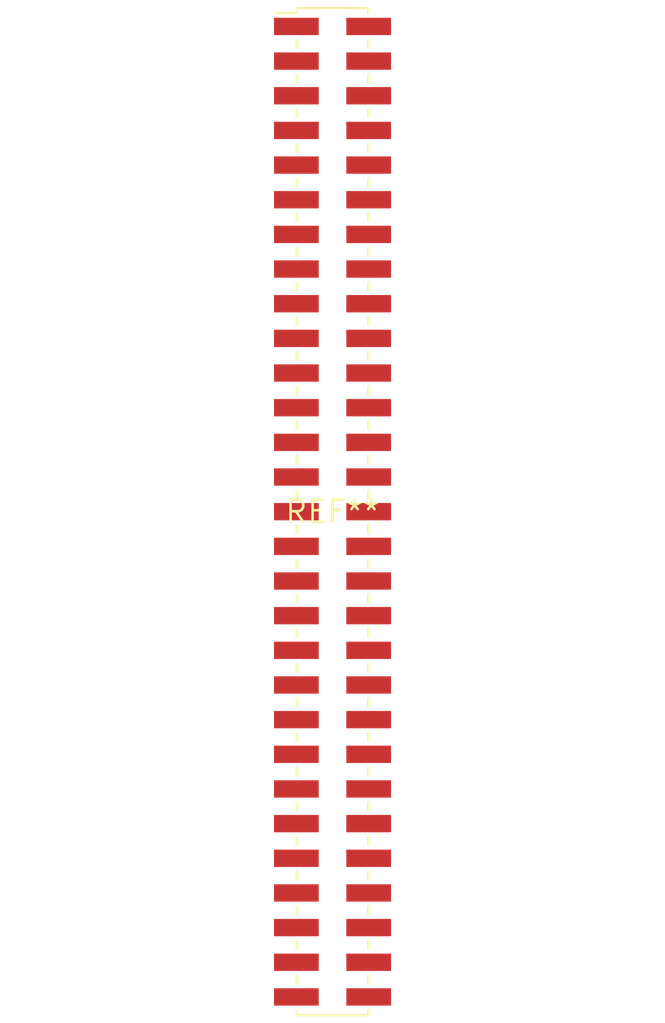
<source format=kicad_pcb>
(kicad_pcb (version 20240108) (generator pcbnew)
  (layers (0 "F.Cu" signal) (31 "B.Cu" signal) (34 "B.Paste" user) (35 "F.Paste" user) (36 "B.SilkS" user "B.Silkscreen") (37 "F.SilkS" user "F.Silkscreen") (38 "B.Mask" user) (39 "F.Mask" user) (44 "Edge.Cuts" user))
  (net 0 "")
  (footprint "PinHeader_2x29_P2.00mm_Vertical_SMD" (layer "F.Cu") (at 0 0)
    (property "Reference" "REF**")
    (property "Value" "PinHeader_2x29_P2.00mm_Vertical_SMD")
    (fp_line (start -3.315 -28.76) (end -2.06 -28.76) (layer "F.SilkS") (stroke (width 0.12)))
    (fp_line (start -2.06 -29.06) (end -2.06 -28.76) (layer "F.SilkS") (stroke (width 0.12)))
    (fp_line (start -2.06 -29.06) (end 2.06 -29.06) (layer "F.SilkS") (stroke (width 0.12)))
    (fp_line (start -2.06 -27.24) (end -2.06 -26.76) (layer "F.SilkS") (stroke (width 0.12)))
    (fp_line (start -2.06 -25.24) (end -2.06 -24.76) (layer "F.SilkS") (stroke (width 0.12)))
    (fp_line (start -2.06 -23.24) (end -2.06 -22.76) (layer "F.SilkS") (stroke (width 0.12)))
    (fp_line (start -2.06 -21.24) (end -2.06 -20.76) (layer "F.SilkS") (stroke (width 0.12)))
    (fp_line (start -2.06 -19.24) (end -2.06 -18.76) (layer "F.SilkS") (stroke (width 0.12)))
    (fp_line (start -2.06 -17.24) (end -2.06 -16.76) (layer "F.SilkS") (stroke (width 0.12)))
    (fp_line (start -2.06 -15.24) (end -2.06 -14.76) (layer "F.SilkS") (stroke (width 0.12)))
    (fp_line (start -2.06 -13.24) (end -2.06 -12.76) (layer "F.SilkS") (stroke (width 0.12)))
    (fp_line (start -2.06 -11.24) (end -2.06 -10.76) (layer "F.SilkS") (stroke (width 0.12)))
    (fp_line (start -2.06 -9.24) (end -2.06 -8.76) (layer "F.SilkS") (stroke (width 0.12)))
    (fp_line (start -2.06 -7.24) (end -2.06 -6.76) (layer "F.SilkS") (stroke (width 0.12)))
    (fp_line (start -2.06 -5.24) (end -2.06 -4.76) (layer "F.SilkS") (stroke (width 0.12)))
    (fp_line (start -2.06 -3.24) (end -2.06 -2.76) (layer "F.SilkS") (stroke (width 0.12)))
    (fp_line (start -2.06 -1.24) (end -2.06 -0.76) (layer "F.SilkS") (stroke (width 0.12)))
    (fp_line (start -2.06 0.76) (end -2.06 1.24) (layer "F.SilkS") (stroke (width 0.12)))
    (fp_line (start -2.06 2.76) (end -2.06 3.24) (layer "F.SilkS") (stroke (width 0.12)))
    (fp_line (start -2.06 4.76) (end -2.06 5.24) (layer "F.SilkS") (stroke (width 0.12)))
    (fp_line (start -2.06 6.76) (end -2.06 7.24) (layer "F.SilkS") (stroke (width 0.12)))
    (fp_line (start -2.06 8.76) (end -2.06 9.24) (layer "F.SilkS") (stroke (width 0.12)))
    (fp_line (start -2.06 10.76) (end -2.06 11.24) (layer "F.SilkS") (stroke (width 0.12)))
    (fp_line (start -2.06 12.76) (end -2.06 13.24) (layer "F.SilkS") (stroke (width 0.12)))
    (fp_line (start -2.06 14.76) (end -2.06 15.24) (layer "F.SilkS") (stroke (width 0.12)))
    (fp_line (start -2.06 16.76) (end -2.06 17.24) (layer "F.SilkS") (stroke (width 0.12)))
    (fp_line (start -2.06 18.76) (end -2.06 19.24) (layer "F.SilkS") (stroke (width 0.12)))
    (fp_line (start -2.06 20.76) (end -2.06 21.24) (layer "F.SilkS") (stroke (width 0.12)))
    (fp_line (start -2.06 22.76) (end -2.06 23.24) (layer "F.SilkS") (stroke (width 0.12)))
    (fp_line (start -2.06 24.76) (end -2.06 25.24) (layer "F.SilkS") (stroke (width 0.12)))
    (fp_line (start -2.06 26.76) (end -2.06 27.24) (layer "F.SilkS") (stroke (width 0.12)))
    (fp_line (start -2.06 28.76) (end -2.06 29.06) (layer "F.SilkS") (stroke (width 0.12)))
    (fp_line (start -2.06 29.06) (end 2.06 29.06) (layer "F.SilkS") (stroke (width 0.12)))
    (fp_line (start 2.06 -29.06) (end 2.06 -28.76) (layer "F.SilkS") (stroke (width 0.12)))
    (fp_line (start 2.06 -27.24) (end 2.06 -26.76) (layer "F.SilkS") (stroke (width 0.12)))
    (fp_line (start 2.06 -25.24) (end 2.06 -24.76) (layer "F.SilkS") (stroke (width 0.12)))
    (fp_line (start 2.06 -23.24) (end 2.06 -22.76) (layer "F.SilkS") (stroke (width 0.12)))
    (fp_line (start 2.06 -21.24) (end 2.06 -20.76) (layer "F.SilkS") (stroke (width 0.12)))
    (fp_line (start 2.06 -19.24) (end 2.06 -18.76) (layer "F.SilkS") (stroke (width 0.12)))
    (fp_line (start 2.06 -17.24) (end 2.06 -16.76) (layer "F.SilkS") (stroke (width 0.12)))
    (fp_line (start 2.06 -15.24) (end 2.06 -14.76) (layer "F.SilkS") (stroke (width 0.12)))
    (fp_line (start 2.06 -13.24) (end 2.06 -12.76) (layer "F.SilkS") (stroke (width 0.12)))
    (fp_line (start 2.06 -11.24) (end 2.06 -10.76) (layer "F.SilkS") (stroke (width 0.12)))
    (fp_line (start 2.06 -9.24) (end 2.06 -8.76) (layer "F.SilkS") (stroke (width 0.12)))
    (fp_line (start 2.06 -7.24) (end 2.06 -6.76) (layer "F.SilkS") (stroke (width 0.12)))
    (fp_line (start 2.06 -5.24) (end 2.06 -4.76) (layer "F.SilkS") (stroke (width 0.12)))
    (fp_line (start 2.06 -3.24) (end 2.06 -2.76) (layer "F.SilkS") (stroke (width 0.12)))
    (fp_line (start 2.06 -1.24) (end 2.06 -0.76) (layer "F.SilkS") (stroke (width 0.12)))
    (fp_line (start 2.06 0.76) (end 2.06 1.24) (layer "F.SilkS") (stroke (width 0.12)))
    (fp_line (start 2.06 2.76) (end 2.06 3.24) (layer "F.SilkS") (stroke (width 0.12)))
    (fp_line (start 2.06 4.76) (end 2.06 5.24) (layer "F.SilkS") (stroke (width 0.12)))
    (fp_line (start 2.06 6.76) (end 2.06 7.24) (layer "F.SilkS") (stroke (width 0.12)))
    (fp_line (start 2.06 8.76) (end 2.06 9.24) (layer "F.SilkS") (stroke (width 0.12)))
    (fp_line (start 2.06 10.76) (end 2.06 11.24) (layer "F.SilkS") (stroke (width 0.12)))
    (fp_line (start 2.06 12.76) (end 2.06 13.24) (layer "F.SilkS") (stroke (width 0.12)))
    (fp_line (start 2.06 14.76) (end 2.06 15.24) (layer "F.SilkS") (stroke (width 0.12)))
    (fp_line (start 2.06 16.76) (end 2.06 17.24) (layer "F.SilkS") (stroke (width 0.12)))
    (fp_line (start 2.06 18.76) (end 2.06 19.24) (layer "F.SilkS") (stroke (width 0.12)))
    (fp_line (start 2.06 20.76) (end 2.06 21.24) (layer "F.SilkS") (stroke (width 0.12)))
    (fp_line (start 2.06 22.76) (end 2.06 23.24) (layer "F.SilkS") (stroke (width 0.12)))
    (fp_line (start 2.06 24.76) (end 2.06 25.24) (layer "F.SilkS") (stroke (width 0.12)))
    (fp_line (start 2.06 26.76) (end 2.06 27.24) (layer "F.SilkS") (stroke (width 0.12)))
    (fp_line (start 2.06 28.76) (end 2.06 29.06) (layer "F.SilkS") (stroke (width 0.12)))
    (pad "1" smd rect (at -2.085 -28) (size 2.58 1) (layers "F.Cu" "F.Paste" "F.Mask"))
    (pad "2" smd rect (at 2.085 -28) (size 2.58 1) (layers "F.Cu" "F.Paste" "F.Mask"))
    (pad "3" smd rect (at -2.085 -26) (size 2.58 1) (layers "F.Cu" "F.Paste" "F.Mask"))
    (pad "4" smd rect (at 2.085 -26) (size 2.58 1) (layers "F.Cu" "F.Paste" "F.Mask"))
    (pad "5" smd rect (at -2.085 -24) (size 2.58 1) (layers "F.Cu" "F.Paste" "F.Mask"))
    (pad "6" smd rect (at 2.085 -24) (size 2.58 1) (layers "F.Cu" "F.Paste" "F.Mask"))
    (pad "7" smd rect (at -2.085 -22) (size 2.58 1) (layers "F.Cu" "F.Paste" "F.Mask"))
    (pad "8" smd rect (at 2.085 -22) (size 2.58 1) (layers "F.Cu" "F.Paste" "F.Mask"))
    (pad "9" smd rect (at -2.085 -20) (size 2.58 1) (layers "F.Cu" "F.Paste" "F.Mask"))
    (pad "10" smd rect (at 2.085 -20) (size 2.58 1) (layers "F.Cu" "F.Paste" "F.Mask"))
    (pad "11" smd rect (at -2.085 -18) (size 2.58 1) (layers "F.Cu" "F.Paste" "F.Mask"))
    (pad "12" smd rect (at 2.085 -18) (size 2.58 1) (layers "F.Cu" "F.Paste" "F.Mask"))
    (pad "13" smd rect (at -2.085 -16) (size 2.58 1) (layers "F.Cu" "F.Paste" "F.Mask"))
    (pad "14" smd rect (at 2.085 -16) (size 2.58 1) (layers "F.Cu" "F.Paste" "F.Mask"))
    (pad "15" smd rect (at -2.085 -14) (size 2.58 1) (layers "F.Cu" "F.Paste" "F.Mask"))
    (pad "16" smd rect (at 2.085 -14) (size 2.58 1) (layers "F.Cu" "F.Paste" "F.Mask"))
    (pad "17" smd rect (at -2.085 -12) (size 2.58 1) (layers "F.Cu" "F.Paste" "F.Mask"))
    (pad "18" smd rect (at 2.085 -12) (size 2.58 1) (layers "F.Cu" "F.Paste" "F.Mask"))
    (pad "19" smd rect (at -2.085 -10) (size 2.58 1) (layers "F.Cu" "F.Paste" "F.Mask"))
    (pad "20" smd rect (at 2.085 -10) (size 2.58 1) (layers "F.Cu" "F.Paste" "F.Mask"))
    (pad "21" smd rect (at -2.085 -8) (size 2.58 1) (layers "F.Cu" "F.Paste" "F.Mask"))
    (pad "22" smd rect (at 2.085 -8) (size 2.58 1) (layers "F.Cu" "F.Paste" "F.Mask"))
    (pad "23" smd rect (at -2.085 -6) (size 2.58 1) (layers "F.Cu" "F.Paste" "F.Mask"))
    (pad "24" smd rect (at 2.085 -6) (size 2.58 1) (layers "F.Cu" "F.Paste" "F.Mask"))
    (pad "25" smd rect (at -2.085 -4) (size 2.58 1) (layers "F.Cu" "F.Paste" "F.Mask"))
    (pad "26" smd rect (at 2.085 -4) (size 2.58 1) (layers "F.Cu" "F.Paste" "F.Mask"))
    (pad "27" smd rect (at -2.085 -2) (size 2.58 1) (layers "F.Cu" "F.Paste" "F.Mask"))
    (pad "28" smd rect (at 2.085 -2) (size 2.58 1) (layers "F.Cu" "F.Paste" "F.Mask"))
    (pad "29" smd rect (at -2.085 0) (size 2.58 1) (layers "F.Cu" "F.Paste" "F.Mask"))
    (pad "30" smd rect (at 2.085 0) (size 2.58 1) (layers "F.Cu" "F.Paste" "F.Mask"))
    (pad "31" smd rect (at -2.085 2) (size 2.58 1) (layers "F.Cu" "F.Paste" "F.Mask"))
    (pad "32" smd rect (at 2.085 2) (size 2.58 1) (layers "F.Cu" "F.Paste" "F.Mask"))
    (pad "33" smd rect (at -2.085 4) (size 2.58 1) (layers "F.Cu" "F.Paste" "F.Mask"))
    (pad "34" smd rect (at 2.085 4) (size 2.58 1) (layers "F.Cu" "F.Paste" "F.Mask"))
    (pad "35" smd rect (at -2.085 6) (size 2.58 1) (layers "F.Cu" "F.Paste" "F.Mask"))
    (pad "36" smd rect (at 2.085 6) (size 2.58 1) (layers "F.Cu" "F.Paste" "F.Mask"))
    (pad "37" smd rect (at -2.085 8) (size 2.58 1) (layers "F.Cu" "F.Paste" "F.Mask"))
    (pad "38" smd rect (at 2.085 8) (size 2.58 1) (layers "F.Cu" "F.Paste" "F.Mask"))
    (pad "39" smd rect (at -2.085 10) (size 2.58 1) (layers "F.Cu" "F.Paste" "F.Mask"))
    (pad "40" smd rect (at 2.085 10) (size 2.58 1) (layers "F.Cu" "F.Paste" "F.Mask"))
    (pad "41" smd rect (at -2.085 12) (size 2.58 1) (layers "F.Cu" "F.Paste" "F.Mask"))
    (pad "42" smd rect (at 2.085 12) (size 2.58 1) (layers "F.Cu" "F.Paste" "F.Mask"))
    (pad "43" smd rect (at -2.085 14) (size 2.58 1) (layers "F.Cu" "F.Paste" "F.Mask"))
    (pad "44" smd rect (at 2.085 14) (size 2.58 1) (layers "F.Cu" "F.Paste" "F.Mask"))
    (pad "45" smd rect (at -2.085 16) (size 2.58 1) (layers "F.Cu" "F.Paste" "F.Mask"))
    (pad "46" smd rect (at 2.085 16) (size 2.58 1) (layers "F.Cu" "F.Paste" "F.Mask"))
    (pad "47" smd rect (at -2.085 18) (size 2.58 1) (layers "F.Cu" "F.Paste" "F.Mask"))
    (pad "48" smd rect (at 2.085 18) (size 2.58 1) (layers "F.Cu" "F.Paste" "F.Mask"))
    (pad "49" smd rect (at -2.085 20) (size 2.58 1) (layers "F.Cu" "F.Paste" "F.Mask"))
    (pad "50" smd rect (at 2.085 20) (size 2.58 1) (layers "F.Cu" "F.Paste" "F.Mask"))
    (pad "51" smd rect (at -2.085 22) (size 2.58 1) (layers "F.Cu" "F.Paste" "F.Mask"))
    (pad "52" smd rect (at 2.085 22) (size 2.58 1) (layers "F.Cu" "F.Paste" "F.Mask"))
    (pad "53" smd rect (at -2.085 24) (size 2.58 1) (layers "F.Cu" "F.Paste" "F.Mask"))
    (pad "54" smd rect (at 2.085 24) (size 2.58 1) (layers "F.Cu" "F.Paste" "F.Mask"))
    (pad "55" smd rect (at -2.085 26) (size 2.58 1) (layers "F.Cu" "F.Paste" "F.Mask"))
    (pad "56" smd rect (at 2.085 26) (size 2.58 1) (layers "F.Cu" "F.Paste" "F.Mask"))
    (pad "57" smd rect (at -2.085 28) (size 2.58 1) (layers "F.Cu" "F.Paste" "F.Mask"))
    (pad "58" smd rect (at 2.085 28) (size 2.58 1) (layers "F.Cu" "F.Paste" "F.Mask"))
  )
)
</source>
